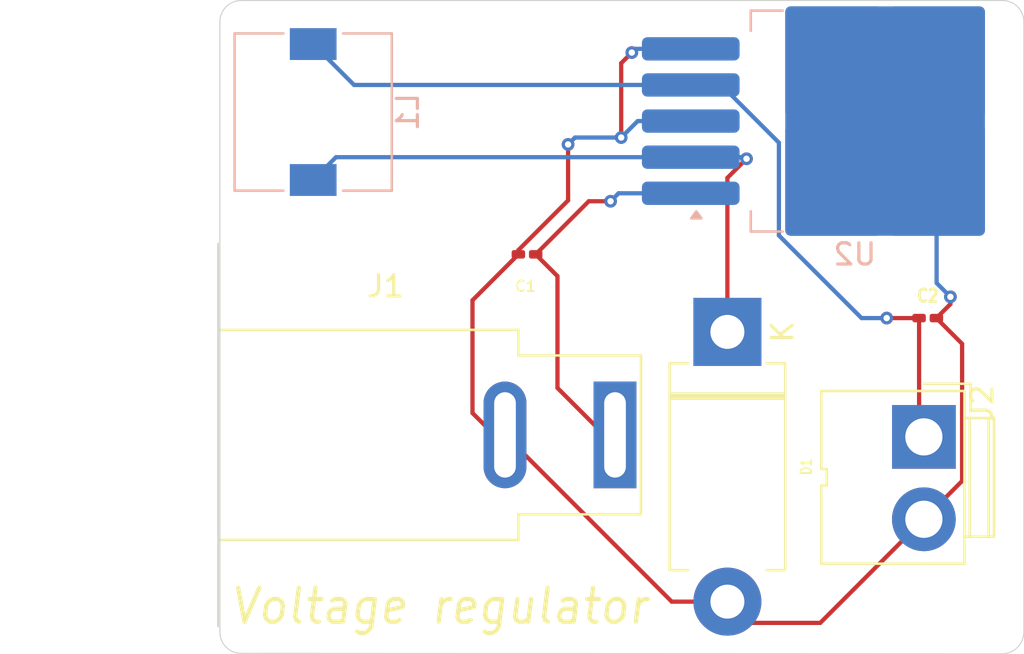
<source format=kicad_pcb>
(kicad_pcb (version 20240108) (generator "pcbnew") (generator_version "8.0")
  (layers (0 "F.Cu" signal) (31 "B.Cu" signal) (34 "B.Paste" user) (35 "F.Paste" user) (36 "B.SilkS" user "B.Silkscreen") (37 "F.SilkS" user "F.Silkscreen") (38 "B.Mask" user) (39 "F.Mask" user) (44 "Edge.Cuts" user))
  (net 0 "")
  (net 1 "+12V")
  (net 2 "GND")
  (net 3 "Net-(J2-Pin_1)")
  (net 4 "Net-(D1-K)")
  (footprint "Diode_THT:D_DO-201AD_P12.70mm_Horizontal" (layer "F.Cu") (at 189.5 98.15 -90)
    (property "Reference" "D1" (at 6.35 -3.72 90) (layer "F.SilkS") (effects (font (size 0.5 0.4) (thickness 0.08) (bold yes))))
    (property "Value" "1N5821")
    (fp_line (start 1.48 2.72) (end 11.22 2.72) (stroke (width 0.12)) (layer "F.SilkS"))
    (fp_line (start 11.22 2.72) (end 11.22 1.84) (stroke (width 0.12)) (layer "F.SilkS"))
    (fp_line (start 1.48 1.84) (end 1.48 2.72) (stroke (width 0.12)) (layer "F.SilkS"))
    (fp_line (start 1.48 -1.84) (end 1.48 -2.72) (stroke (width 0.12)) (layer "F.SilkS"))
    (fp_line (start 1.48 -2.72) (end 11.22 -2.72) (stroke (width 0.12)) (layer "F.SilkS"))
    (fp_line (start 2.905 -2.72) (end 2.905 2.72) (stroke (width 0.12)) (layer "F.SilkS"))
    (fp_line (start 3.025 -2.72) (end 3.025 2.72) (stroke (width 0.12)) (layer "F.SilkS"))
    (fp_line (start 3.145 -2.72) (end 3.145 2.72) (stroke (width 0.12)) (layer "F.SilkS"))
    (fp_line (start 11.22 -2.72) (end 11.22 -1.84) (stroke (width 0.12)) (layer "F.SilkS"))
    (fp_text user "K" (at 0 -2.6 90) (layer "F.SilkS"))
    (pad "1" thru_hole rect (at 0 0 270) (size 3.2 3.2) (drill 1.6) (layers "*.Cu" "*.Mask") (net 4 "Net-(D1-K)"))
    (pad "2" thru_hole oval (at 12.7 0 270) (size 3.2 3.2) (drill 1.6) (layers "*.Cu" "*.Mask") (net 2 "GND"))
  )
  (footprint "Connector:JWT_A3963_1x02_P3.96mm_Vertical" (layer "F.Cu") (at 198.75 103.0925 -90)
    (property "Reference" "J2" (at -1.5925 -2.75 90) (layer "F.SilkS"))
    (property "Value" "Conn_01x02_Pin")
    (fp_line (start 1.52 4.83) (end -2.16 4.83) (stroke (width 0.12)) (layer "F.SilkS"))
    (fp_line (start 1.52 4.83) (end 1.52 4.57) (stroke (width 0.12)) (layer "F.SilkS"))
    (fp_line (start 2.29 4.83) (end 5.97 4.83) (stroke (width 0.12)) (layer "F.SilkS"))
    (fp_line (start 5.97 4.83) (end 5.97 0) (stroke (width 0.12)) (layer "F.SilkS"))
    (fp_line (start 1.52 4.57) (end 2.29 4.57) (stroke (width 0.12)) (layer "F.SilkS"))
    (fp_line (start 2.29 4.57) (end 2.29 4.83) (stroke (width 0.12)) (layer "F.SilkS"))
    (fp_line (start -2.16 0) (end -2.16 4.83) (stroke (width 0.12)) (layer "F.SilkS"))
    (fp_line (start -2.16 -1.91) (end -2.16 0) (stroke (width 0.12)) (layer "F.SilkS"))
    (fp_line (start -2.16 -1.91) (end 5.97 -1.91) (stroke (width 0.12)) (layer "F.SilkS"))
    (fp_line (start -0.89 -1.91) (end -0.89 -3.3) (stroke (width 0.12)) (layer "F.SilkS"))
    (fp_line (start 4.7 -1.91) (end 4.7 -3.3) (stroke (width 0.12)) (layer "F.SilkS"))
    (fp_line (start 5.97 -1.91) (end 5.97 0) (stroke (width 0.12)) (layer "F.SilkS"))
    (fp_line (start -0.89 -2.16) (end 4.7 -2.16) (stroke (width 0.12)) (layer "F.SilkS"))
    (fp_line (start -2.5 -2.2) (end -2.5 0) (stroke (width 0.12)) (layer "F.SilkS"))
    (fp_line (start -1.2 -2.2) (end -2.5 -2.2) (stroke (width 0.12)) (layer "F.SilkS"))
    (fp_line (start -0.89 -3.05) (end 4.7 -3.05) (stroke (width 0.12)) (layer "F.SilkS"))
    (fp_line (start -0.89 -3.3) (end 4.7 -3.3) (stroke (width 0.12)) (layer "F.SilkS"))
    (pad "1" thru_hole rect (at 0 0 270) (size 3 3) (drill 1.75) (layers "*.Cu" "*.Mask") (net 3 "Net-(J2-Pin_1)"))
    (pad "2" thru_hole circle (at 3.88 0 270) (size 3 3) (drill 1.75) (layers "*.Cu" "*.Mask") (net 2 "GND"))
  )
  (footprint "Capacitor_SMD:C_0201_0603Metric_Pad0.64x0.40mm_HandSolder" (layer "F.Cu") (at 198.9325 97.5)
    (property "Reference" "C2" (at 0 -1.05 0) (layer "F.SilkS") (effects (font (size 0.6 0.5) (thickness 0.125) (bold yes))))
    (property "Value" "C")
    (pad "1" smd roundrect (at -0.4075 0) (size 0.635 0.4) (layers "F.Cu" "F.Mask") (net 3 "Net-(J2-Pin_1)"))
    (pad "2" smd roundrect (at 0.4075 0) (size 0.635 0.4) (layers "F.Cu" "F.Mask") (net 2 "GND"))
  )
  (footprint "Capacitor_SMD:C_0201_0603Metric_Pad0.64x0.40mm_HandSolder" (layer "F.Cu") (at 180.0675 94.5 180)
    (property "Reference" "C1" (at 0.0675 -1.5 0) (layer "F.SilkS") (effects (font (size 0.5 0.5) (thickness 0.08))))
    (property "Value" "C")
    (pad "1" smd roundrect (at -0.4075 0 180) (size 0.635 0.4) (layers "F.Cu" "F.Mask") (net 1 "+12V"))
    (pad "2" smd roundrect (at 0.4075 0 180) (size 0.635 0.4) (layers "F.Cu" "F.Mask") (net 2 "GND"))
  )
  (footprint "Connector_BarrelJack:BarrelJack_SwitchcraftConxall_RAPC10U_Horizontal" (layer "F.Cu") (at 184.21 103)
    (property "Reference" "J1" (at -10.8 -7 0) (layer "F.SilkS"))
    (property "Value" "Jack-DC")
    (fp_line (start -18.55 4.945) (end -4.55 4.945) (stroke (width 0.12)) (layer "F.SilkS"))
    (fp_line (start -4.55 -4.945) (end -18.55 -4.945) (stroke (width 0.12)) (layer "F.SilkS"))
    (fp_line (start -4.55 -3.74) (end -4.55 -4.945) (stroke (width 0.12)) (layer "F.SilkS"))
    (fp_line (start -4.55 3.74) (end 1.22 3.74) (stroke (width 0.12)) (layer "F.SilkS"))
    (fp_line (start -4.55 4.945) (end -4.55 3.74) (stroke (width 0.12)) (layer "F.SilkS"))
    (fp_line (start 1.22 -3.74) (end -4.55 -3.74) (stroke (width 0.12)) (layer "F.SilkS"))
    (fp_line (start 1.22 3.74) (end 1.22 -3.74) (stroke (width 0.12)) (layer "F.SilkS"))
    (fp_line (start -18.67 -9) (end -18.67 9) (stroke (width 0.12)) (layer "Edge.Cuts"))
    (pad "1" thru_hole rect (at 0 0) (size 2.02 5.02) (drill oval 1.02 4.02) (layers "*.Cu" "*.Mask") (net 1 "+12V"))
    (pad "2" thru_hole oval (at -5.18 0) (size 2.02 5.02) (drill oval 1.02 4.02) (layers "*.Cu" "*.Mask") (net 2 "GND"))
  )
  (footprint "Package_TO_SOT_SMD:TO-263-5_TabPin3" (layer "B.Cu") (at 195.425 88.225)
    (property "Reference" "U2" (at 0.075 6.275 0) (layer "B.SilkS") (effects (justify mirror)))
    (property "Value" "LM2596S-ADJ")
    (fp_line (start -4.825 -5.2) (end -3.325 -5.2) (stroke (width 0.12)) (layer "B.SilkS"))
    (fp_line (start -4.825 -4.25) (end -4.825 -5.2) (stroke (width 0.12)) (layer "B.SilkS"))
    (fp_line (start -4.825 4.25) (end -4.825 5.2) (stroke (width 0.12)) (layer "B.SilkS"))
    (fp_line (start -4.825 5.2) (end -3.325 5.2) (stroke (width 0.12)) (layer "B.SilkS"))
    (fp_poly (pts (xy -7.3875 4.25) (xy -7.6275 4.58) (xy -7.1475 4.58) (xy -7.3875 4.25)) (stroke (width 0.12)) (fill solid) (layer "B.SilkS"))
    (pad "1" smd roundrect (at -7.65 3.4) (size 4.6 1.1) (layers "B.Cu" "B.Paste" "B.Mask") (roundrect_rratio 0.227273) (net 1 "+12V"))
    (pad "2" smd roundrect (at -7.65 1.7) (size 4.6 1.1) (layers "B.Cu" "B.Paste" "B.Mask") (roundrect_rratio 0.227273) (net 4 "Net-(D1-K)"))
    (pad "3" smd roundrect (at -7.65 0) (size 4.6 1.1) (layers "B.Cu" "B.Paste" "B.Mask") (roundrect_rratio 0.227273) (net 2 "GND"))
    (pad "3" smd roundrect (at -0.925 -2.775) (size 4.55 5.25) (layers "B.Cu" "B.Paste") (roundrect_rratio 0.054945) (net 2 "GND"))
    (pad "3" smd roundrect (at -0.925 2.775) (size 4.55 5.25) (layers "B.Cu" "B.Paste") (roundrect_rratio 0.054945) (net 2 "GND"))
    (pad "3" smd roundrect (at 1.5 0) (size 9.4 10.8) (layers "B.Cu" "B.Mask") (roundrect_rratio 0.026596) (net 2 "GND"))
    (pad "3" smd roundrect (at 3.925 -2.775) (size 4.55 5.25) (layers "B.Cu" "B.Paste") (roundrect_rratio 0.054945) (net 2 "GND"))
    (pad "3" smd roundrect (at 3.925 2.775) (size 4.55 5.25) (layers "B.Cu" "B.Paste") (roundrect_rratio 0.054945) (net 2 "GND"))
    (pad "4" smd roundrect (at -7.65 -1.7) (size 4.6 1.1) (layers "B.Cu" "B.Paste" "B.Mask") (roundrect_rratio 0.227273) (net 3 "Net-(J2-Pin_1)"))
    (pad "5" smd roundrect (at -7.65 -3.4) (size 4.6 1.1) (layers "B.Cu" "B.Paste" "B.Mask") (roundrect_rratio 0.227273) (net 2 "GND"))
  )
  (footprint "Inductor_SMD:L_7.3x7.3_H3.5" (layer "B.Cu") (at 170 87.8 90)
    (property "Reference" "L1" (at 0 4.45 90) (layer "B.SilkS") (effects (justify mirror)))
    (property "Value" "L")
    (fp_line (start 3.7 -3.7) (end 3.7 -1.4) (stroke (width 0.12)) (layer "B.SilkS"))
    (fp_line (start -3.7 -3.7) (end 3.7 -3.7) (stroke (width 0.12)) (layer "B.SilkS"))
    (fp_line (start -3.7 -1.4) (end -3.7 -3.7) (stroke (width 0.12)) (layer "B.SilkS"))
    (fp_line (start 3.7 1.4) (end 3.7 3.7) (stroke (width 0.12)) (layer "B.SilkS"))
    (fp_line (start 3.7 3.7) (end -3.7 3.7) (stroke (width 0.12)) (layer "B.SilkS"))
    (fp_line (start -3.7 3.7) (end -3.7 1.4) (stroke (width 0.12)) (layer "B.SilkS"))
    (pad "1" smd rect (at -3.2 0 90) (size 1.5 2.2) (layers "B.Cu" "B.Paste" "B.Mask") (net 4 "Net-(D1-K)"))
    (pad "2" smd rect (at 3.2 0 90) (size 1.5 2.2) (layers "B.Cu" "B.Paste" "B.Mask") (net 3 "Net-(J2-Pin_1)"))
  )
  (gr_line (start 166.608 82.55) (end 202.454 82.55) (stroke (width 0.05)) (layer "Edge.Cuts"))
  (gr_line (start 203.454 83.55) (end 203.454 112.284) (stroke (width 0.05)) (layer "Edge.Cuts"))
  (gr_arc (start 165.608 83.55) (mid 165.900893 82.842893) (end 166.608 82.55) (stroke (width 0.05)) (layer "Edge.Cuts"))
  (gr_line (start 202.438004 113.301202) (end 166.608 113.284) (stroke (width 0.05)) (layer "Edge.Cuts"))
  (gr_arc (start 166.608 113.284) (mid 165.900893 112.991107) (end 165.608 112.284) (stroke (width 0.05)) (layer "Edge.Cuts"))
  (gr_line (start 165.608 112.284) (end 165.608 83.55) (stroke (width 0.05)) (layer "Edge.Cuts"))
  (gr_arc (start 203.454 112.284) (mid 203.156776 113.003126) (end 202.438004 113.301202) (stroke (width 0.05)) (layer "Edge.Cuts"))
  (gr_arc (start 202.454 82.55) (mid 203.161107 82.842893) (end 203.454 83.55) (stroke (width 0.05)) (layer "Edge.Cuts"))
  (gr_text "Voltage regulator" (at 166 112 0) (layer "F.SilkS") (effects (font (size 1.6 1.5) (thickness 0.2) (bold yes) (italic yes)) (justify left bottom)))
  (segment (start 181.5 95.525) (end 180.475 94.5) (width 0.2) (layer "F.Cu") (net 1))
  (segment (start 184 92) (end 182.975 92) (width 0.2) (layer "F.Cu") (net 1))
  (segment (start 181.5 100.79) (end 181.5 95.525) (width 0.2) (layer "F.Cu") (net 1))
  (segment (start 182.975 92) (end 180.475 94.5) (width 0.2) (layer "F.Cu") (net 1))
  (segment (start 183.71 103) (end 181.5 100.79) (width 0.2) (layer "F.Cu") (net 1))
  (via (at 184 92) (size 0.6) (drill 0.3) (layers "F.Cu" "B.Cu") (net 1))
  (segment (start 184.375 91.625) (end 184 92) (width 0.2) (layer "B.Cu") (net 1))
  (segment (start 187.775 91.625) (end 184.375 91.625) (width 0.2) (layer "B.Cu") (net 1))
  (segment (start 177.5 96.66) (end 179.66 94.5) (width 0.2) (layer "F.Cu") (net 2))
  (segment (start 186.88 110.85) (end 189.5 110.85) (width 0.2) (layer "F.Cu") (net 2))
  (segment (start 179.66 94.5) (end 179.66 94.300001) (width 0.2) (layer "F.Cu") (net 2))
  (segment (start 200 96.84) (end 199.34 97.5) (width 0.2) (layer "F.Cu") (net 2))
  (segment (start 182 91.960001) (end 182 89.325) (width 0.2) (layer "F.Cu") (net 2))
  (segment (start 193.8725 111.85) (end 198.75 106.9725) (width 0.2) (layer "F.Cu") (net 2))
  (segment (start 178.53 103) (end 177.5 101.97) (width 0.2) (layer "F.Cu") (net 2))
  (segment (start 177.5 101.97) (end 177.5 96.66) (width 0.2) (layer "F.Cu") (net 2))
  (segment (start 189.5 111.85) (end 193.8725 111.85) (width 0.2) (layer "F.Cu") (net 2))
  (segment (start 200.55 105.1725) (end 200.55 98.71) (width 0.2) (layer "F.Cu") (net 2))
  (segment (start 200 96.5) (end 200 96.84) (width 0.2) (layer "F.Cu") (net 2))
  (segment (start 179.03 103) (end 186.88 110.85) (width 0.2) (layer "F.Cu") (net 2))
  (segment (start 198.75 106.9725) (end 200.55 105.1725) (width 0.2) (layer "F.Cu") (net 2))
  (segment (start 184.5 85.5) (end 184.5 89) (width 0.2) (layer "F.Cu") (net 2))
  (segment (start 185 85) (end 184.5 85.5) (width 0.2) (layer "F.Cu") (net 2))
  (segment (start 179.66 94.300001) (end 182 91.960001) (width 0.2) (layer "F.Cu") (net 2))
  (segment (start 200.55 98.71) (end 199.34 97.5) (width 0.2) (layer "F.Cu") (net 2))
  (via (at 200 96.5) (size 0.6) (drill 0.3) (layers "F.Cu" "B.Cu") (net 2))
  (via (at 184.5 89) (size 0.6) (drill 0.3) (layers "F.Cu" "B.Cu") (net 2))
  (via (at 185 85) (size 0.6) (drill 0.3) (layers "F.Cu" "B.Cu") (net 2))
  (via (at 182 89.325) (size 0.6) (drill 0.3) (layers "F.Cu" "B.Cu") (net 2))
  (segment (start 185.275 88.225) (end 187.775 88.225) (width 0.2) (layer "B.Cu") (net 2))
  (segment (start 187.775 84.825) (end 185.175 84.825) (width 0.2) (layer "B.Cu") (net 2))
  (segment (start 199.35 91) (end 199.35 95.85) (width 0.2) (layer "B.Cu") (net 2))
  (segment (start 182.325 89) (end 182 89.325) (width 0.2) (layer "B.Cu") (net 2))
  (segment (start 199.35 95.85) (end 200 96.5) (width 0.2) (layer "B.Cu") (net 2))
  (segment (start 184.5 89) (end 185.275 88.225) (width 0.2) (layer "B.Cu") (net 2))
  (segment (start 185.175 84.825) (end 185 85) (width 0.2) (layer "B.Cu") (net 2))
  (segment (start 184.5 89) (end 182.325 89) (width 0.2) (layer "B.Cu") (net 2))
  (segment (start 198.525 102.8675) (end 198.525 97.5) (width 0.2) (layer "F.Cu") (net 3))
  (segment (start 198.75 103.0925) (end 198.525 102.8675) (width 0.2) (layer "F.Cu") (net 3))
  (segment (start 197 97.5) (end 198.525 97.5) (width 0.2) (layer "F.Cu") (net 3))
  (via (at 197 97.5) (size 0.6) (drill 0.3) (layers "F.Cu" "B.Cu") (net 3))
  (segment (start 195.815256 97.5) (end 197 97.5) (width 0.2) (layer "B.Cu") (net 3))
  (segment (start 191.925 93.609744) (end 195.815256 97.5) (width 0.2) (layer "B.Cu") (net 3))
  (segment (start 187.775 86.525) (end 171.925 86.525) (width 0.2) (layer "B.Cu") (net 3))
  (segment (start 191.925 89.240256) (end 191.925 93.609744) (width 0.2) (layer "B.Cu") (net 3))
  (segment (start 171.925 86.525) (end 170 84.6) (width 0.2) (layer "B.Cu") (net 3))
  (segment (start 187.775 86.525) (end 189.209744 86.525) (width 0.2) (layer "B.Cu") (net 3))
  (segment (start 189.209744 86.525) (end 191.925 89.240256) (width 0.2) (layer "B.Cu") (net 3))
  (segment (start 190.4 90) (end 189.5 90.9) (width 0.2) (layer "F.Cu") (net 4))
  (segment (start 189.5 90.9) (end 189.5 99.15) (width 0.2) (layer "F.Cu") (net 4))
  (via (at 190.4 90) (size 0.6) (drill 0.3) (layers "F.Cu" "B.Cu") (net 4))
  (segment (start 171.075 89.925) (end 170 91) (width 0.2) (layer "B.Cu") (net 4))
  (segment (start 190.325 89.925) (end 190.4 90) (width 0.2) (layer "B.Cu") (net 4))
  (segment (start 187.775 89.925) (end 171.075 89.925) (width 0.2) (layer "B.Cu") (net 4))
  (segment (start 187.775 89.925) (end 190.325 89.925) (width 0.2) (layer "B.Cu") (net 4))
)
</source>
